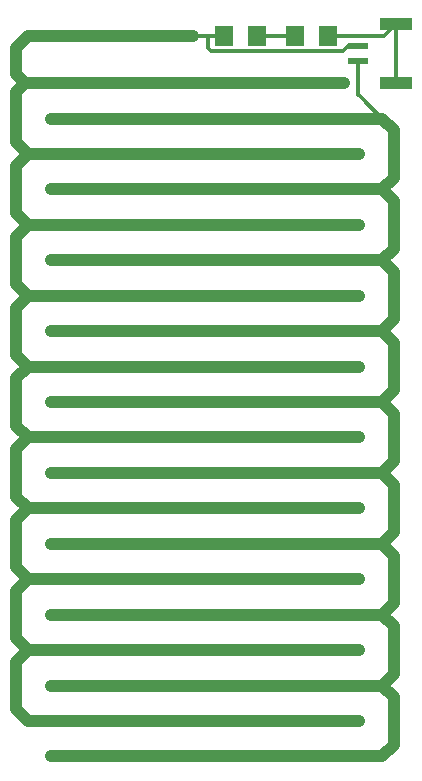
<source format=gbr>
G04 EAGLE Gerber X2 export*
%TF.Part,Single*%
%TF.FileFunction,Copper,L1,Top,Mixed*%
%TF.FilePolarity,Positive*%
%TF.GenerationSoftware,Autodesk,EAGLE,9.1.3*%
%TF.CreationDate,2018-12-01T20:35:03Z*%
G75*
%MOMM*%
%FSLAX34Y34*%
%LPD*%
%AMOC8*
5,1,8,0,0,1.08239X$1,22.5*%
G01*
%ADD10R,1.700000X0.600000*%
%ADD11R,2.700000X1.000000*%
%ADD12R,1.600000X1.803000*%
%ADD13C,0.300000*%
%ADD14C,0.152400*%
%ADD15C,1.016000*%
%ADD16C,1.016000*%


D10*
X319600Y761350D03*
X319600Y748850D03*
D11*
X351600Y730350D03*
X351600Y779850D03*
D12*
X265780Y770000D03*
X294220Y770000D03*
X205780Y770000D03*
X234220Y770000D03*
D13*
X294220Y770000D02*
X341750Y770000D01*
X351600Y779850D02*
X351600Y730350D01*
X341750Y770000D02*
X351600Y779850D01*
X265780Y770000D02*
X234220Y770000D01*
D14*
X210000Y765780D02*
X205780Y770000D01*
D13*
X195000Y770000D01*
X192500Y770000D01*
D15*
X180000Y770000D02*
X40000Y770000D01*
X30000Y760000D01*
X30000Y680000D02*
X40000Y670000D01*
X320000Y670000D01*
X40000Y670000D02*
X30000Y660000D01*
X30000Y620000D01*
X40000Y610000D01*
X320000Y610000D01*
X40000Y610000D02*
X30000Y600000D01*
X30000Y560000D01*
X40000Y550000D01*
X320000Y550000D01*
X40000Y550000D02*
X30000Y540000D01*
X30000Y500000D01*
X40000Y490000D01*
X320000Y490000D01*
X40000Y490000D02*
X30000Y480000D01*
X30000Y440000D01*
X40000Y430000D01*
X320000Y430000D01*
X40000Y430000D02*
X30000Y420000D01*
X30000Y380000D01*
X40000Y370000D01*
X320000Y370000D01*
X40000Y370000D02*
X30000Y360000D01*
X30000Y320000D01*
X40000Y310000D01*
X320000Y310000D01*
X40000Y310000D02*
X30000Y300000D01*
X30000Y260000D01*
X40000Y250000D01*
X320000Y250000D01*
X40000Y250000D02*
X30000Y240000D01*
X30000Y200000D01*
X40000Y190000D01*
X320000Y190000D01*
D13*
X319600Y761350D02*
X310818Y761350D01*
X306968Y757500D01*
X195000Y757500D02*
X192500Y760000D01*
X192500Y770000D01*
X195000Y757500D02*
X306968Y757500D01*
X192500Y770000D02*
X180000Y770000D01*
D15*
X37500Y730000D02*
X30000Y722500D01*
X37500Y730000D02*
X307500Y730000D01*
D16*
X30000Y680000D03*
D15*
X30000Y722500D01*
X37500Y730000D02*
X30000Y737500D01*
X30000Y760000D01*
X340000Y700000D02*
X350000Y690000D01*
X350000Y650000D02*
X340000Y640000D01*
X350000Y650000D02*
X350000Y690000D01*
X340000Y640000D02*
X350000Y630000D01*
X350000Y590000D01*
X340000Y580000D01*
X60000Y580000D01*
X60000Y640000D02*
X340000Y640000D01*
X340000Y580000D02*
X350000Y570000D01*
X350000Y530000D01*
X340000Y520000D01*
X60000Y520000D01*
X340000Y520000D02*
X350000Y510000D01*
X350000Y470000D01*
X340000Y460000D01*
X60000Y460000D01*
X340000Y460000D02*
X350000Y450000D01*
X350000Y410000D01*
X340000Y400000D01*
X60000Y400000D01*
X340000Y400000D02*
X350000Y390000D01*
X350000Y350000D01*
X340000Y340000D01*
X60000Y340000D01*
X340000Y340000D02*
X350000Y330000D01*
X350000Y290000D01*
X340000Y280000D01*
X60000Y280000D01*
X340000Y280000D02*
X350000Y270000D01*
X350000Y230000D01*
X340000Y220000D01*
X60000Y220000D01*
X340000Y220000D02*
X350000Y210000D01*
X350000Y170000D01*
X340000Y160000D01*
X60000Y160000D01*
X320000Y700000D02*
X340000Y700000D01*
X320000Y700000D02*
X60000Y700000D01*
D13*
X322648Y717352D02*
X340000Y700000D01*
X319600Y720000D02*
X319600Y748850D01*
X320000Y720000D02*
X322648Y717352D01*
D14*
X320000Y720000D02*
X319600Y720000D01*
M02*

</source>
